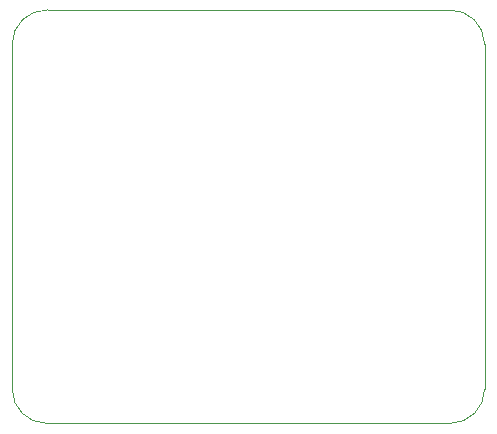
<source format=gbr>
G04 #@! TF.GenerationSoftware,KiCad,Pcbnew,(5.1.5)-2*
G04 #@! TF.CreationDate,2020-06-18T10:42:50+08:00*
G04 #@! TF.ProjectId,EVMeter_V2.0,45564d65-7465-4725-9f56-322e302e6b69,rev?*
G04 #@! TF.SameCoordinates,Original*
G04 #@! TF.FileFunction,Profile,NP*
%FSLAX46Y46*%
G04 Gerber Fmt 4.6, Leading zero omitted, Abs format (unit mm)*
G04 Created by KiCad (PCBNEW (5.1.5)-2) date 2020-06-18 10:42:50*
%MOMM*%
%LPD*%
G04 APERTURE LIST*
%ADD10C,0.050000*%
G04 APERTURE END LIST*
D10*
X112900000Y-95000000D02*
G75*
G02X110000000Y-92100000I0J2900000D01*
G01*
X150000000Y-92100000D02*
G75*
G02X147100000Y-95000000I-2900000J0D01*
G01*
X147000059Y-60001723D02*
G75*
G02X150000000Y-62900000I99941J-2898277D01*
G01*
X109998278Y-62899999D02*
G75*
G02X113000000Y-60000000I2901723J0D01*
G01*
X110000000Y-92100000D02*
X110000000Y-62900000D01*
X147100000Y-95000000D02*
X112900000Y-95000000D01*
X150000000Y-62900000D02*
X150000000Y-92100000D01*
X113000000Y-60000000D02*
X147000000Y-60000000D01*
M02*

</source>
